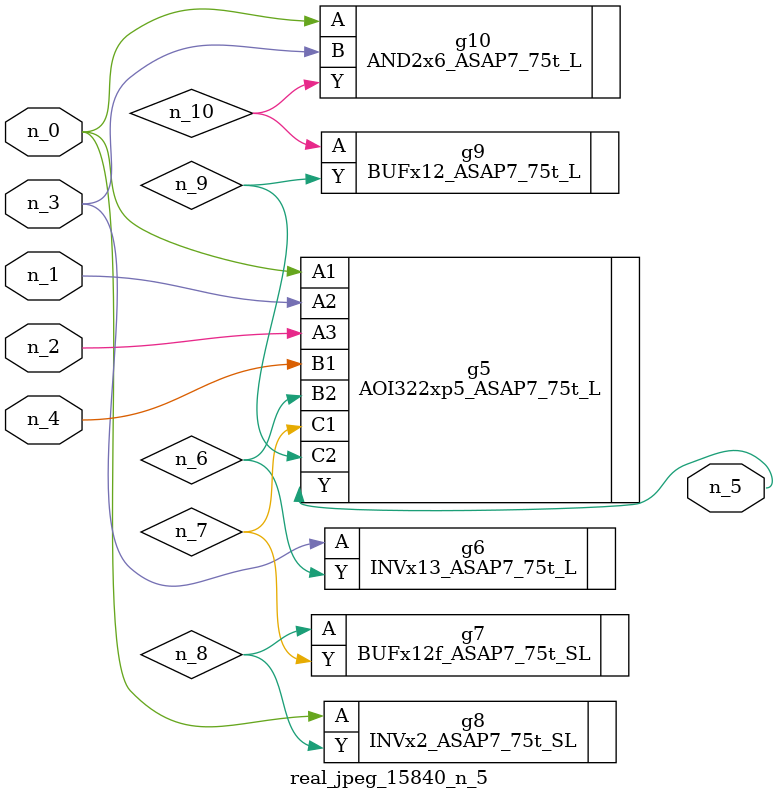
<source format=v>
module real_jpeg_15840_n_5 (n_4, n_0, n_1, n_2, n_3, n_5);

input n_4;
input n_0;
input n_1;
input n_2;
input n_3;

output n_5;

wire n_8;
wire n_6;
wire n_7;
wire n_10;
wire n_9;

AOI322xp5_ASAP7_75t_L g5 ( 
.A1(n_0),
.A2(n_1),
.A3(n_2),
.B1(n_4),
.B2(n_6),
.C1(n_7),
.C2(n_9),
.Y(n_5)
);

INVx2_ASAP7_75t_SL g8 ( 
.A(n_0),
.Y(n_8)
);

AND2x6_ASAP7_75t_L g10 ( 
.A(n_0),
.B(n_3),
.Y(n_10)
);

INVx13_ASAP7_75t_L g6 ( 
.A(n_3),
.Y(n_6)
);

BUFx12f_ASAP7_75t_SL g7 ( 
.A(n_8),
.Y(n_7)
);

BUFx12_ASAP7_75t_L g9 ( 
.A(n_10),
.Y(n_9)
);


endmodule
</source>
